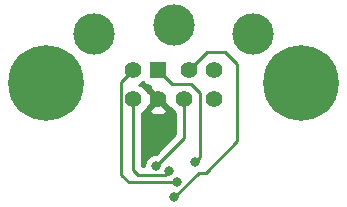
<source format=gbl>
%TF.GenerationSoftware,KiCad,Pcbnew,5.1.10-88a1d61d58~89~ubuntu20.04.1*%
%TF.CreationDate,2021-10-06T22:51:07-05:00*%
%TF.ProjectId,portboard_ffc,706f7274-626f-4617-9264-5f6666632e6b,rev?*%
%TF.SameCoordinates,Original*%
%TF.FileFunction,Copper,L2,Bot*%
%TF.FilePolarity,Positive*%
%FSLAX46Y46*%
G04 Gerber Fmt 4.6, Leading zero omitted, Abs format (unit mm)*
G04 Created by KiCad (PCBNEW 5.1.10-88a1d61d58~89~ubuntu20.04.1) date 2021-10-06 22:51:07*
%MOMM*%
%LPD*%
G01*
G04 APERTURE LIST*
%TA.AperFunction,ComponentPad*%
%ADD10C,1.422400*%
%TD*%
%TA.AperFunction,ComponentPad*%
%ADD11R,1.422400X1.422400*%
%TD*%
%TA.AperFunction,ComponentPad*%
%ADD12C,3.500000*%
%TD*%
%TA.AperFunction,ComponentPad*%
%ADD13C,6.400000*%
%TD*%
%TA.AperFunction,ViaPad*%
%ADD14C,0.800000*%
%TD*%
%TA.AperFunction,Conductor*%
%ADD15C,0.250000*%
%TD*%
%TA.AperFunction,Conductor*%
%ADD16C,0.254000*%
%TD*%
%TA.AperFunction,Conductor*%
%ADD17C,0.150000*%
%TD*%
G04 APERTURE END LIST*
D10*
%TO.P,J2,7*%
%TO.N,/GPi*%
X67829000Y-41053000D03*
%TO.P,J2,4*%
%TO.N,GND*%
X65629000Y-41053000D03*
%TO.P,J2,6*%
%TO.N,/TXD+*%
X63529000Y-41053000D03*
%TO.P,J2,8*%
%TO.N,/RXD+*%
X70329000Y-41053000D03*
%TO.P,J2,5*%
%TO.N,/RXD-*%
X70329000Y-38553000D03*
%TO.P,J2,3*%
%TO.N,/TXD-*%
X63529000Y-38553000D03*
D11*
%TO.P,J2,1*%
%TO.N,/HSKo*%
X65629000Y-38553000D03*
D10*
%TO.P,J2,2*%
%TO.N,/HSKi*%
X68229000Y-38553000D03*
D12*
%TO.P,J2,SH2*%
%TO.N,N/C*%
X66929000Y-34753000D03*
%TO.P,J2,SH3*%
X60179000Y-35553000D03*
%TO.P,J2,SH1*%
X73679000Y-35553000D03*
%TD*%
D13*
%TO.P,H2,1*%
%TO.N,N/C*%
X77724000Y-39624000D03*
%TD*%
%TO.P,H1,1*%
%TO.N,N/C*%
X56134000Y-39624000D03*
%TD*%
D14*
%TO.N,/GPi*%
X65468500Y-46672500D03*
%TO.N,/HSKo*%
X68770500Y-46355000D03*
%TO.N,/HSKi*%
X66992500Y-49339500D03*
%TO.N,/TXD-*%
X67183000Y-48069500D03*
%TO.N,/TXD+*%
X66548000Y-47117000D03*
%TD*%
D15*
%TO.N,/GPi*%
X67829000Y-44312000D02*
X67829000Y-41053000D01*
X65468500Y-46672500D02*
X67829000Y-44312000D01*
%TO.N,/HSKo*%
X68389500Y-39751000D02*
X66827000Y-39751000D01*
X69170499Y-40531999D02*
X68389500Y-39751000D01*
X66827000Y-39751000D02*
X65629000Y-38553000D01*
X69170499Y-45955001D02*
X69170499Y-40531999D01*
X68770500Y-46355000D02*
X69170499Y-45955001D01*
%TO.N,/HSKi*%
X66992500Y-49339500D02*
X69088000Y-47244000D01*
X69088000Y-47244000D02*
X69659500Y-47244000D01*
X69659500Y-47244000D02*
X72326500Y-44577000D01*
X72326500Y-44577000D02*
X72326500Y-38036500D01*
X72326500Y-38036500D02*
X71310500Y-37020500D01*
X69761500Y-37020500D02*
X68229000Y-38553000D01*
X71310500Y-37020500D02*
X69761500Y-37020500D01*
%TO.N,/TXD-*%
X67183000Y-48069500D02*
X63119000Y-48069500D01*
X62492799Y-39589201D02*
X63529000Y-38553000D01*
X62492799Y-47443299D02*
X62492799Y-39589201D01*
X63119000Y-48069500D02*
X62492799Y-47443299D01*
%TO.N,/TXD+*%
X66548000Y-47117000D02*
X66236011Y-47428989D01*
X63529000Y-47019000D02*
X63529000Y-41053000D01*
X66236011Y-47428989D02*
X63938989Y-47428989D01*
X63938989Y-47428989D02*
X63529000Y-47019000D01*
%TD*%
D16*
%TO.N,GND*%
X64387263Y-39618694D02*
X64466615Y-39715385D01*
X64563306Y-39794737D01*
X64673620Y-39853702D01*
X64793318Y-39890012D01*
X64917800Y-39902272D01*
X64936668Y-39902272D01*
X64879332Y-40123727D01*
X65629000Y-40873395D01*
X65643143Y-40859253D01*
X65822748Y-41038858D01*
X65808605Y-41053000D01*
X66558273Y-41802668D01*
X66688348Y-41768991D01*
X66783338Y-41911153D01*
X66970847Y-42098662D01*
X67069001Y-42164246D01*
X67069000Y-43997198D01*
X65428699Y-45637500D01*
X65366561Y-45637500D01*
X65166602Y-45677274D01*
X64978244Y-45755295D01*
X64808726Y-45868563D01*
X64664563Y-46012726D01*
X64551295Y-46182244D01*
X64473274Y-46370602D01*
X64433500Y-46570561D01*
X64433500Y-46668989D01*
X64289000Y-46668989D01*
X64289000Y-42164246D01*
X64387153Y-42098662D01*
X64503542Y-41982273D01*
X64879332Y-41982273D01*
X64940152Y-42217183D01*
X65180509Y-42329202D01*
X65438102Y-42392176D01*
X65703030Y-42403687D01*
X65965113Y-42363291D01*
X66214280Y-42272542D01*
X66317848Y-42217183D01*
X66378668Y-41982273D01*
X65629000Y-41232605D01*
X64879332Y-41982273D01*
X64503542Y-41982273D01*
X64574662Y-41911153D01*
X64654903Y-41791063D01*
X64699727Y-41802668D01*
X65449395Y-41053000D01*
X64699727Y-40303332D01*
X64654903Y-40314937D01*
X64574662Y-40194847D01*
X64387153Y-40007338D01*
X64166665Y-39860013D01*
X64029024Y-39803000D01*
X64166665Y-39745987D01*
X64379344Y-39603880D01*
X64387263Y-39618694D01*
%TA.AperFunction,Conductor*%
D17*
G36*
X64387263Y-39618694D02*
G01*
X64466615Y-39715385D01*
X64563306Y-39794737D01*
X64673620Y-39853702D01*
X64793318Y-39890012D01*
X64917800Y-39902272D01*
X64936668Y-39902272D01*
X64879332Y-40123727D01*
X65629000Y-40873395D01*
X65643143Y-40859253D01*
X65822748Y-41038858D01*
X65808605Y-41053000D01*
X66558273Y-41802668D01*
X66688348Y-41768991D01*
X66783338Y-41911153D01*
X66970847Y-42098662D01*
X67069001Y-42164246D01*
X67069000Y-43997198D01*
X65428699Y-45637500D01*
X65366561Y-45637500D01*
X65166602Y-45677274D01*
X64978244Y-45755295D01*
X64808726Y-45868563D01*
X64664563Y-46012726D01*
X64551295Y-46182244D01*
X64473274Y-46370602D01*
X64433500Y-46570561D01*
X64433500Y-46668989D01*
X64289000Y-46668989D01*
X64289000Y-42164246D01*
X64387153Y-42098662D01*
X64503542Y-41982273D01*
X64879332Y-41982273D01*
X64940152Y-42217183D01*
X65180509Y-42329202D01*
X65438102Y-42392176D01*
X65703030Y-42403687D01*
X65965113Y-42363291D01*
X66214280Y-42272542D01*
X66317848Y-42217183D01*
X66378668Y-41982273D01*
X65629000Y-41232605D01*
X64879332Y-41982273D01*
X64503542Y-41982273D01*
X64574662Y-41911153D01*
X64654903Y-41791063D01*
X64699727Y-41802668D01*
X65449395Y-41053000D01*
X64699727Y-40303332D01*
X64654903Y-40314937D01*
X64574662Y-40194847D01*
X64387153Y-40007338D01*
X64166665Y-39860013D01*
X64029024Y-39803000D01*
X64166665Y-39745987D01*
X64379344Y-39603880D01*
X64387263Y-39618694D01*
G37*
%TD.AperFunction*%
%TD*%
M02*

</source>
